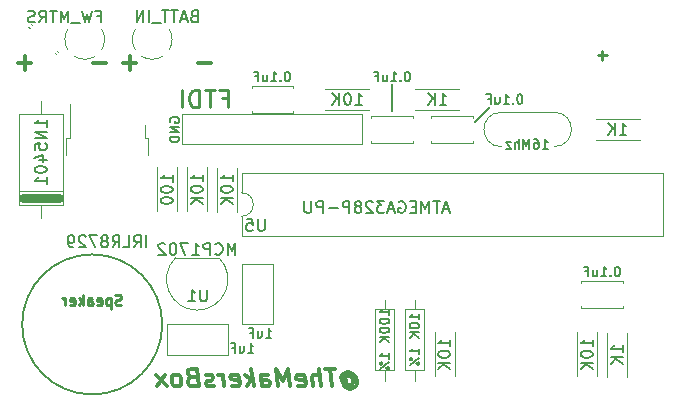
<source format=gbo>
G04 #@! TF.FileFunction,Legend,Bot*
%FSLAX46Y46*%
G04 Gerber Fmt 4.6, Leading zero omitted, Abs format (unit mm)*
G04 Created by KiCad (PCBNEW 4.0.6) date 06/26/19 16:14:44*
%MOMM*%
%LPD*%
G01*
G04 APERTURE LIST*
%ADD10C,0.100000*%
%ADD11C,0.150000*%
%ADD12C,0.300000*%
%ADD13C,0.250000*%
%ADD14C,0.120000*%
%ADD15C,0.800000*%
%ADD16C,0.222250*%
G04 APERTURE END LIST*
D10*
D11*
X69088000Y-92329000D02*
X69088000Y-92075000D01*
X69088000Y-94361000D02*
X69088000Y-92329000D01*
X50273000Y-95275477D02*
X50234905Y-95199286D01*
X50234905Y-95085001D01*
X50273000Y-94970715D01*
X50349190Y-94894524D01*
X50425381Y-94856429D01*
X50577762Y-94818334D01*
X50692048Y-94818334D01*
X50844429Y-94856429D01*
X50920619Y-94894524D01*
X50996810Y-94970715D01*
X51034905Y-95085001D01*
X51034905Y-95161191D01*
X50996810Y-95275477D01*
X50958714Y-95313572D01*
X50692048Y-95313572D01*
X50692048Y-95161191D01*
X51034905Y-95656429D02*
X50234905Y-95656429D01*
X51034905Y-96113572D01*
X50234905Y-96113572D01*
X51034905Y-96494524D02*
X50234905Y-96494524D01*
X50234905Y-96685000D01*
X50273000Y-96799286D01*
X50349190Y-96875477D01*
X50425381Y-96913572D01*
X50577762Y-96951667D01*
X50692048Y-96951667D01*
X50844429Y-96913572D01*
X50920619Y-96875477D01*
X50996810Y-96799286D01*
X51034905Y-96685000D01*
X51034905Y-96494524D01*
D12*
X44894428Y-90277143D02*
X43751571Y-90277143D01*
X38544428Y-90277143D02*
X37401571Y-90277143D01*
X37973000Y-90848571D02*
X37973000Y-89705714D01*
D11*
X76073000Y-95250000D02*
X77343000Y-93980000D01*
D12*
X65117822Y-116931286D02*
X65180321Y-116859857D01*
X65314250Y-116788429D01*
X65457108Y-116788429D01*
X65608893Y-116859857D01*
X65689250Y-116931286D01*
X65778536Y-117074143D01*
X65796393Y-117217000D01*
X65742821Y-117359857D01*
X65680322Y-117431286D01*
X65546393Y-117502714D01*
X65403535Y-117502714D01*
X65251750Y-117431286D01*
X65171393Y-117359857D01*
X65099965Y-116788429D02*
X65171393Y-117359857D01*
X65108893Y-117431286D01*
X65037465Y-117431286D01*
X64885678Y-117359857D01*
X64796393Y-117217000D01*
X64751750Y-116859857D01*
X64867821Y-116645571D01*
X65064250Y-116502714D01*
X65341036Y-116431286D01*
X65635678Y-116502714D01*
X65867821Y-116645571D01*
X66037464Y-116859857D01*
X66144607Y-117145571D01*
X66108893Y-117431286D01*
X65992821Y-117645571D01*
X65796393Y-117788429D01*
X65519607Y-117859857D01*
X65224965Y-117788429D01*
X64992821Y-117645571D01*
X64233893Y-116145571D02*
X63376750Y-116145571D01*
X63992821Y-117645571D02*
X63805321Y-116145571D01*
X63064250Y-117645571D02*
X62876750Y-116145571D01*
X62421393Y-117645571D02*
X62323179Y-116859857D01*
X62376751Y-116717000D01*
X62510679Y-116645571D01*
X62724964Y-116645571D01*
X62876751Y-116717000D01*
X62957108Y-116788429D01*
X61126751Y-117574143D02*
X61278536Y-117645571D01*
X61564250Y-117645571D01*
X61698179Y-117574143D01*
X61751751Y-117431286D01*
X61680322Y-116859857D01*
X61591036Y-116717000D01*
X61439250Y-116645571D01*
X61153536Y-116645571D01*
X61019608Y-116717000D01*
X60966036Y-116859857D01*
X60983893Y-117002714D01*
X61716036Y-117145571D01*
X60421393Y-117645571D02*
X60233893Y-116145571D01*
X59867822Y-117217000D01*
X59233893Y-116145571D01*
X59421393Y-117645571D01*
X58064250Y-117645571D02*
X57966036Y-116859857D01*
X58019608Y-116717000D01*
X58153536Y-116645571D01*
X58439250Y-116645571D01*
X58591036Y-116717000D01*
X58055322Y-117574143D02*
X58207107Y-117645571D01*
X58564250Y-117645571D01*
X58698179Y-117574143D01*
X58751751Y-117431286D01*
X58733894Y-117288429D01*
X58644607Y-117145571D01*
X58492822Y-117074143D01*
X58135679Y-117074143D01*
X57983893Y-117002714D01*
X57349964Y-117645571D02*
X57162464Y-116145571D01*
X57135679Y-117074143D02*
X56778536Y-117645571D01*
X56653536Y-116645571D02*
X57296393Y-117217000D01*
X55555322Y-117574143D02*
X55707107Y-117645571D01*
X55992821Y-117645571D01*
X56126750Y-117574143D01*
X56180322Y-117431286D01*
X56108893Y-116859857D01*
X56019607Y-116717000D01*
X55867821Y-116645571D01*
X55582107Y-116645571D01*
X55448179Y-116717000D01*
X55394607Y-116859857D01*
X55412464Y-117002714D01*
X56144607Y-117145571D01*
X54849964Y-117645571D02*
X54724964Y-116645571D01*
X54760679Y-116931286D02*
X54671394Y-116788429D01*
X54591036Y-116717000D01*
X54439250Y-116645571D01*
X54296393Y-116645571D01*
X53983894Y-117574143D02*
X53849965Y-117645571D01*
X53564250Y-117645571D01*
X53412465Y-117574143D01*
X53323180Y-117431286D01*
X53314251Y-117359857D01*
X53367822Y-117217000D01*
X53501750Y-117145571D01*
X53716036Y-117145571D01*
X53849965Y-117074143D01*
X53903537Y-116931286D01*
X53894608Y-116859857D01*
X53805322Y-116717000D01*
X53653536Y-116645571D01*
X53439250Y-116645571D01*
X53305322Y-116717000D01*
X52108893Y-116859857D02*
X51903536Y-116931286D01*
X51841036Y-117002714D01*
X51787464Y-117145571D01*
X51814250Y-117359857D01*
X51903536Y-117502714D01*
X51983893Y-117574143D01*
X52135679Y-117645571D01*
X52707107Y-117645571D01*
X52519607Y-116145571D01*
X52019607Y-116145571D01*
X51885679Y-116217000D01*
X51823179Y-116288429D01*
X51769608Y-116431286D01*
X51787465Y-116574143D01*
X51876750Y-116717000D01*
X51957108Y-116788429D01*
X52108893Y-116859857D01*
X52608893Y-116859857D01*
X50992821Y-117645571D02*
X51126751Y-117574143D01*
X51189250Y-117502714D01*
X51242822Y-117359857D01*
X51189251Y-116931286D01*
X51099965Y-116788429D01*
X51019608Y-116717000D01*
X50867821Y-116645571D01*
X50653536Y-116645571D01*
X50519608Y-116717000D01*
X50457108Y-116788429D01*
X50403536Y-116931286D01*
X50457107Y-117359857D01*
X50546393Y-117502714D01*
X50626751Y-117574143D01*
X50778536Y-117645571D01*
X50992821Y-117645571D01*
X49992821Y-117645571D02*
X49082107Y-116645571D01*
X49867821Y-116645571D02*
X49207107Y-117645571D01*
D13*
X87248952Y-89606429D02*
X86487047Y-89606429D01*
X86867999Y-89987381D02*
X86867999Y-89225476D01*
D12*
X53784428Y-90277143D02*
X52641571Y-90277143D01*
X47434428Y-90277143D02*
X46291571Y-90277143D01*
X46863000Y-90848571D02*
X46863000Y-89705714D01*
D14*
X66548000Y-97155000D02*
X66548000Y-94615000D01*
X66548000Y-94615000D02*
X51308000Y-94615000D01*
X51308000Y-94615000D02*
X51308000Y-97155000D01*
X51308000Y-97155000D02*
X66548000Y-97155000D01*
X56328000Y-103235000D02*
G75*
G03X56328000Y-101235000I0J1000000D01*
G01*
X56328000Y-101235000D02*
X56328000Y-99585000D01*
X56328000Y-99585000D02*
X92008000Y-99585000D01*
X92008000Y-99585000D02*
X92008000Y-104885000D01*
X92008000Y-104885000D02*
X56328000Y-104885000D01*
X56328000Y-104885000D02*
X56328000Y-103235000D01*
X50193505Y-89155193D02*
G75*
G03X50193000Y-87374000I-1425505J890193D01*
G01*
X47878106Y-89690358D02*
G75*
G03X49634000Y-89705000I889894J1425358D01*
G01*
X47342642Y-87375106D02*
G75*
G03X47328000Y-89131000I1425358J-889894D01*
G01*
X42162736Y-89689721D02*
G75*
G03X43053000Y-89945000I890264J1424721D01*
G01*
X41627495Y-87374807D02*
G75*
G03X41628000Y-89156000I1425505J-890193D01*
G01*
X44478358Y-89154894D02*
G75*
G03X44493000Y-87399000I-1425358J889894D01*
G01*
X43024326Y-89945099D02*
G75*
G03X43919000Y-89705000I28674J1680099D01*
G01*
X38278000Y-87196000D02*
X38407000Y-87324000D01*
X40528000Y-89446000D02*
X40622000Y-89539000D01*
X38483000Y-86990000D02*
X38577000Y-87084000D01*
X40698000Y-89206000D02*
X40827000Y-89334000D01*
X82808000Y-94435000D02*
X78308000Y-94435000D01*
X82808000Y-97335000D02*
G75*
G03X82808000Y-94435000I0J1450000D01*
G01*
X78308000Y-97335000D02*
G75*
G02X78308000Y-94435000I0J1450000D01*
G01*
D15*
X40870000Y-101675000D02*
X37870000Y-101675000D01*
D14*
X41230000Y-102285000D02*
X37510000Y-102285000D01*
X37510000Y-102285000D02*
X37510000Y-94565000D01*
X37510000Y-94565000D02*
X41230000Y-94565000D01*
X41230000Y-94565000D02*
X41230000Y-102285000D01*
X39370000Y-103395000D02*
X39370000Y-102285000D01*
X39370000Y-93455000D02*
X39370000Y-94565000D01*
X41230000Y-101085000D02*
X37510000Y-101085000D01*
D11*
X49617690Y-112395000D02*
G75*
G03X49617690Y-112395000I-5929690J0D01*
G01*
D14*
X67098000Y-92485000D02*
X63378000Y-92485000D01*
X67098000Y-94205000D02*
X63378000Y-94205000D01*
X74718000Y-92485000D02*
X70998000Y-92485000D01*
X74718000Y-94205000D02*
X70998000Y-94205000D01*
X56348000Y-107275000D02*
X56348000Y-112395000D01*
X58968000Y-107275000D02*
X58968000Y-112395000D01*
X56348000Y-107275000D02*
X58968000Y-107275000D01*
X56348000Y-112395000D02*
X58968000Y-112395000D01*
X55158000Y-112355000D02*
X50038000Y-112355000D01*
X55158000Y-114975000D02*
X50038000Y-114975000D01*
X55158000Y-112355000D02*
X55158000Y-114975000D01*
X50038000Y-112355000D02*
X50038000Y-114975000D01*
X67308000Y-96995000D02*
X70828000Y-96995000D01*
X67308000Y-94775000D02*
X70828000Y-94775000D01*
X67308000Y-96995000D02*
X67308000Y-96881000D01*
X67308000Y-94889000D02*
X67308000Y-94775000D01*
X70828000Y-96995000D02*
X70828000Y-96881000D01*
X70828000Y-94889000D02*
X70828000Y-94775000D01*
X50778000Y-106735000D02*
X54378000Y-106735000D01*
X50739522Y-106746522D02*
G75*
G03X52578000Y-111185000I1838478J-1838478D01*
G01*
X54416478Y-106746522D02*
G75*
G02X52578000Y-111185000I-1838478J-1838478D01*
G01*
X72388000Y-96995000D02*
X75908000Y-96995000D01*
X72388000Y-94775000D02*
X75908000Y-94775000D01*
X72388000Y-96995000D02*
X72388000Y-96881000D01*
X72388000Y-94889000D02*
X72388000Y-94775000D01*
X75908000Y-96995000D02*
X75908000Y-96881000D01*
X75908000Y-94889000D02*
X75908000Y-94775000D01*
X60708000Y-92235000D02*
X57188000Y-92235000D01*
X60708000Y-94455000D02*
X57188000Y-94455000D01*
X60708000Y-92235000D02*
X60708000Y-92349000D01*
X60708000Y-94341000D02*
X60708000Y-94455000D01*
X57188000Y-92235000D02*
X57188000Y-92349000D01*
X57188000Y-94341000D02*
X57188000Y-94455000D01*
X54258000Y-99145000D02*
X54258000Y-102865000D01*
X55978000Y-99145000D02*
X55978000Y-102865000D01*
X85088000Y-110965000D02*
X88608000Y-110965000D01*
X85088000Y-108745000D02*
X88608000Y-108745000D01*
X85088000Y-110965000D02*
X85088000Y-110851000D01*
X85088000Y-108859000D02*
X85088000Y-108745000D01*
X88608000Y-110965000D02*
X88608000Y-110851000D01*
X88608000Y-108859000D02*
X88608000Y-108745000D01*
X87278000Y-113115000D02*
X87278000Y-116835000D01*
X88998000Y-113115000D02*
X88998000Y-116835000D01*
X86458000Y-116755000D02*
X86458000Y-113035000D01*
X84738000Y-116755000D02*
X84738000Y-113035000D01*
X53438000Y-102785000D02*
X53438000Y-99065000D01*
X51718000Y-102785000D02*
X51718000Y-99065000D01*
X50898000Y-102785000D02*
X50898000Y-99065000D01*
X49178000Y-102785000D02*
X49178000Y-99065000D01*
X86318000Y-96745000D02*
X90038000Y-96745000D01*
X86318000Y-95025000D02*
X90038000Y-95025000D01*
D10*
X68453000Y-116255000D02*
X68453000Y-117155000D01*
X68453000Y-111055000D02*
X68453000Y-110355000D01*
X69253000Y-111055000D02*
X67653000Y-111055000D01*
X67653000Y-111055000D02*
X67653000Y-116255000D01*
X67653000Y-116255000D02*
X69253000Y-116255000D01*
X69253000Y-116255000D02*
X69253000Y-111055000D01*
X70993000Y-116255000D02*
X70993000Y-117155000D01*
X70993000Y-111055000D02*
X70993000Y-110355000D01*
X71793000Y-111055000D02*
X70193000Y-111055000D01*
X70193000Y-111055000D02*
X70193000Y-116255000D01*
X70193000Y-116255000D02*
X71793000Y-116255000D01*
X71793000Y-116255000D02*
X71793000Y-111055000D01*
D14*
X74393000Y-116755000D02*
X74393000Y-113035000D01*
X72673000Y-116755000D02*
X72673000Y-113035000D01*
X41508000Y-98090000D02*
X41508000Y-96590000D01*
X41508000Y-96590000D02*
X41778000Y-96590000D01*
X41778000Y-96590000D02*
X41778000Y-93760000D01*
X48408000Y-98090000D02*
X48408000Y-96590000D01*
X48408000Y-96590000D02*
X48138000Y-96590000D01*
X48138000Y-96590000D02*
X48138000Y-95490000D01*
D13*
X54677285Y-93237857D02*
X55177285Y-93237857D01*
X55177285Y-94023571D02*
X55177285Y-92523571D01*
X54462999Y-92523571D01*
X54105857Y-92523571D02*
X53248714Y-92523571D01*
X53677285Y-94023571D02*
X53677285Y-92523571D01*
X52748714Y-94023571D02*
X52748714Y-92523571D01*
X52391571Y-92523571D01*
X52177286Y-92595000D01*
X52034428Y-92737857D01*
X51963000Y-92880714D01*
X51891571Y-93166429D01*
X51891571Y-93380714D01*
X51963000Y-93666429D01*
X52034428Y-93809286D01*
X52177286Y-93952143D01*
X52391571Y-94023571D01*
X52748714Y-94023571D01*
X51248714Y-94023571D02*
X51248714Y-92523571D01*
D11*
X58292905Y-103465381D02*
X58292905Y-104274905D01*
X58245286Y-104370143D01*
X58197667Y-104417762D01*
X58102429Y-104465381D01*
X57911952Y-104465381D01*
X57816714Y-104417762D01*
X57769095Y-104370143D01*
X57721476Y-104274905D01*
X57721476Y-103465381D01*
X56769095Y-103465381D02*
X57245286Y-103465381D01*
X57292905Y-103941571D01*
X57245286Y-103893952D01*
X57150048Y-103846333D01*
X56911952Y-103846333D01*
X56816714Y-103893952D01*
X56769095Y-103941571D01*
X56721476Y-104036810D01*
X56721476Y-104274905D01*
X56769095Y-104370143D01*
X56816714Y-104417762D01*
X56911952Y-104465381D01*
X57150048Y-104465381D01*
X57245286Y-104417762D01*
X57292905Y-104370143D01*
X73897357Y-102655667D02*
X73421166Y-102655667D01*
X73992595Y-102941381D02*
X73659262Y-101941381D01*
X73325928Y-102941381D01*
X73135452Y-101941381D02*
X72564023Y-101941381D01*
X72849738Y-102941381D02*
X72849738Y-101941381D01*
X72230690Y-102941381D02*
X72230690Y-101941381D01*
X71897356Y-102655667D01*
X71564023Y-101941381D01*
X71564023Y-102941381D01*
X71087833Y-102417571D02*
X70754499Y-102417571D01*
X70611642Y-102941381D02*
X71087833Y-102941381D01*
X71087833Y-101941381D01*
X70611642Y-101941381D01*
X69659261Y-101989000D02*
X69754499Y-101941381D01*
X69897356Y-101941381D01*
X70040214Y-101989000D01*
X70135452Y-102084238D01*
X70183071Y-102179476D01*
X70230690Y-102369952D01*
X70230690Y-102512810D01*
X70183071Y-102703286D01*
X70135452Y-102798524D01*
X70040214Y-102893762D01*
X69897356Y-102941381D01*
X69802118Y-102941381D01*
X69659261Y-102893762D01*
X69611642Y-102846143D01*
X69611642Y-102512810D01*
X69802118Y-102512810D01*
X69230690Y-102655667D02*
X68754499Y-102655667D01*
X69325928Y-102941381D02*
X68992595Y-101941381D01*
X68659261Y-102941381D01*
X68421166Y-101941381D02*
X67802118Y-101941381D01*
X68135452Y-102322333D01*
X67992594Y-102322333D01*
X67897356Y-102369952D01*
X67849737Y-102417571D01*
X67802118Y-102512810D01*
X67802118Y-102750905D01*
X67849737Y-102846143D01*
X67897356Y-102893762D01*
X67992594Y-102941381D01*
X68278309Y-102941381D01*
X68373547Y-102893762D01*
X68421166Y-102846143D01*
X67421166Y-102036619D02*
X67373547Y-101989000D01*
X67278309Y-101941381D01*
X67040213Y-101941381D01*
X66944975Y-101989000D01*
X66897356Y-102036619D01*
X66849737Y-102131857D01*
X66849737Y-102227095D01*
X66897356Y-102369952D01*
X67468785Y-102941381D01*
X66849737Y-102941381D01*
X66278309Y-102369952D02*
X66373547Y-102322333D01*
X66421166Y-102274714D01*
X66468785Y-102179476D01*
X66468785Y-102131857D01*
X66421166Y-102036619D01*
X66373547Y-101989000D01*
X66278309Y-101941381D01*
X66087832Y-101941381D01*
X65992594Y-101989000D01*
X65944975Y-102036619D01*
X65897356Y-102131857D01*
X65897356Y-102179476D01*
X65944975Y-102274714D01*
X65992594Y-102322333D01*
X66087832Y-102369952D01*
X66278309Y-102369952D01*
X66373547Y-102417571D01*
X66421166Y-102465190D01*
X66468785Y-102560429D01*
X66468785Y-102750905D01*
X66421166Y-102846143D01*
X66373547Y-102893762D01*
X66278309Y-102941381D01*
X66087832Y-102941381D01*
X65992594Y-102893762D01*
X65944975Y-102846143D01*
X65897356Y-102750905D01*
X65897356Y-102560429D01*
X65944975Y-102465190D01*
X65992594Y-102417571D01*
X66087832Y-102369952D01*
X65468785Y-102941381D02*
X65468785Y-101941381D01*
X65087832Y-101941381D01*
X64992594Y-101989000D01*
X64944975Y-102036619D01*
X64897356Y-102131857D01*
X64897356Y-102274714D01*
X64944975Y-102369952D01*
X64992594Y-102417571D01*
X65087832Y-102465190D01*
X65468785Y-102465190D01*
X64468785Y-102560429D02*
X63706880Y-102560429D01*
X63230690Y-102941381D02*
X63230690Y-101941381D01*
X62849737Y-101941381D01*
X62754499Y-101989000D01*
X62706880Y-102036619D01*
X62659261Y-102131857D01*
X62659261Y-102274714D01*
X62706880Y-102369952D01*
X62754499Y-102417571D01*
X62849737Y-102465190D01*
X63230690Y-102465190D01*
X62230690Y-101941381D02*
X62230690Y-102750905D01*
X62183071Y-102846143D01*
X62135452Y-102893762D01*
X62040214Y-102941381D01*
X61849737Y-102941381D01*
X61754499Y-102893762D01*
X61706880Y-102846143D01*
X61659261Y-102750905D01*
X61659261Y-101941381D01*
X52299904Y-86288571D02*
X52157047Y-86336190D01*
X52109428Y-86383810D01*
X52061809Y-86479048D01*
X52061809Y-86621905D01*
X52109428Y-86717143D01*
X52157047Y-86764762D01*
X52252285Y-86812381D01*
X52633238Y-86812381D01*
X52633238Y-85812381D01*
X52299904Y-85812381D01*
X52204666Y-85860000D01*
X52157047Y-85907619D01*
X52109428Y-86002857D01*
X52109428Y-86098095D01*
X52157047Y-86193333D01*
X52204666Y-86240952D01*
X52299904Y-86288571D01*
X52633238Y-86288571D01*
X51680857Y-86526667D02*
X51204666Y-86526667D01*
X51776095Y-86812381D02*
X51442762Y-85812381D01*
X51109428Y-86812381D01*
X50918952Y-85812381D02*
X50347523Y-85812381D01*
X50633238Y-86812381D02*
X50633238Y-85812381D01*
X50157047Y-85812381D02*
X49585618Y-85812381D01*
X49871333Y-86812381D02*
X49871333Y-85812381D01*
X49490380Y-86907619D02*
X48728475Y-86907619D01*
X48490380Y-86812381D02*
X48490380Y-85812381D01*
X48014190Y-86812381D02*
X48014190Y-85812381D01*
X47442761Y-86812381D01*
X47442761Y-85812381D01*
X44101095Y-86293571D02*
X44434429Y-86293571D01*
X44434429Y-86817381D02*
X44434429Y-85817381D01*
X43958238Y-85817381D01*
X43672524Y-85817381D02*
X43434429Y-86817381D01*
X43243952Y-86103095D01*
X43053476Y-86817381D01*
X42815381Y-85817381D01*
X42672524Y-86912619D02*
X41910619Y-86912619D01*
X41672524Y-86817381D02*
X41672524Y-85817381D01*
X41339190Y-86531667D01*
X41005857Y-85817381D01*
X41005857Y-86817381D01*
X40672524Y-85817381D02*
X40101095Y-85817381D01*
X40386810Y-86817381D02*
X40386810Y-85817381D01*
X39196333Y-86817381D02*
X39529667Y-86341190D01*
X39767762Y-86817381D02*
X39767762Y-85817381D01*
X39386809Y-85817381D01*
X39291571Y-85865000D01*
X39243952Y-85912619D01*
X39196333Y-86007857D01*
X39196333Y-86150714D01*
X39243952Y-86245952D01*
X39291571Y-86293571D01*
X39386809Y-86341190D01*
X39767762Y-86341190D01*
X38815381Y-86769762D02*
X38672524Y-86817381D01*
X38434428Y-86817381D01*
X38339190Y-86769762D01*
X38291571Y-86722143D01*
X38243952Y-86626905D01*
X38243952Y-86531667D01*
X38291571Y-86436429D01*
X38339190Y-86388810D01*
X38434428Y-86341190D01*
X38624905Y-86293571D01*
X38720143Y-86245952D01*
X38767762Y-86198333D01*
X38815381Y-86103095D01*
X38815381Y-86007857D01*
X38767762Y-85912619D01*
X38720143Y-85865000D01*
X38624905Y-85817381D01*
X38386809Y-85817381D01*
X38243952Y-85865000D01*
X81813238Y-97516905D02*
X82270381Y-97516905D01*
X82041810Y-97516905D02*
X82041810Y-96716905D01*
X82118000Y-96831190D01*
X82194191Y-96907381D01*
X82270381Y-96945476D01*
X81127524Y-96716905D02*
X81279905Y-96716905D01*
X81356095Y-96755000D01*
X81394190Y-96793095D01*
X81470381Y-96907381D01*
X81508476Y-97059762D01*
X81508476Y-97364524D01*
X81470381Y-97440714D01*
X81432286Y-97478810D01*
X81356095Y-97516905D01*
X81203714Y-97516905D01*
X81127524Y-97478810D01*
X81089428Y-97440714D01*
X81051333Y-97364524D01*
X81051333Y-97174048D01*
X81089428Y-97097857D01*
X81127524Y-97059762D01*
X81203714Y-97021667D01*
X81356095Y-97021667D01*
X81432286Y-97059762D01*
X81470381Y-97097857D01*
X81508476Y-97174048D01*
X80708476Y-97516905D02*
X80708476Y-96716905D01*
X80441809Y-97288333D01*
X80175142Y-96716905D01*
X80175142Y-97516905D01*
X79794190Y-97516905D02*
X79794190Y-96716905D01*
X79451333Y-97516905D02*
X79451333Y-97097857D01*
X79489428Y-97021667D01*
X79565618Y-96983571D01*
X79679904Y-96983571D01*
X79756095Y-97021667D01*
X79794190Y-97059762D01*
X79146570Y-96983571D02*
X78727523Y-96983571D01*
X79146570Y-97516905D01*
X78727523Y-97516905D01*
X39822381Y-95647143D02*
X39822381Y-95075714D01*
X39822381Y-95361428D02*
X38822381Y-95361428D01*
X38965238Y-95266190D01*
X39060476Y-95170952D01*
X39108095Y-95075714D01*
X39822381Y-96075714D02*
X38822381Y-96075714D01*
X39822381Y-96647143D01*
X38822381Y-96647143D01*
X38822381Y-97599524D02*
X38822381Y-97123333D01*
X39298571Y-97075714D01*
X39250952Y-97123333D01*
X39203333Y-97218571D01*
X39203333Y-97456667D01*
X39250952Y-97551905D01*
X39298571Y-97599524D01*
X39393810Y-97647143D01*
X39631905Y-97647143D01*
X39727143Y-97599524D01*
X39774762Y-97551905D01*
X39822381Y-97456667D01*
X39822381Y-97218571D01*
X39774762Y-97123333D01*
X39727143Y-97075714D01*
X39155714Y-98504286D02*
X39822381Y-98504286D01*
X38774762Y-98266190D02*
X39489048Y-98028095D01*
X39489048Y-98647143D01*
X38822381Y-99218571D02*
X38822381Y-99313810D01*
X38870000Y-99409048D01*
X38917619Y-99456667D01*
X39012857Y-99504286D01*
X39203333Y-99551905D01*
X39441429Y-99551905D01*
X39631905Y-99504286D01*
X39727143Y-99456667D01*
X39774762Y-99409048D01*
X39822381Y-99313810D01*
X39822381Y-99218571D01*
X39774762Y-99123333D01*
X39727143Y-99075714D01*
X39631905Y-99028095D01*
X39441429Y-98980476D01*
X39203333Y-98980476D01*
X39012857Y-99028095D01*
X38917619Y-99075714D01*
X38870000Y-99123333D01*
X38822381Y-99218571D01*
X39822381Y-100504286D02*
X39822381Y-99932857D01*
X39822381Y-100218571D02*
X38822381Y-100218571D01*
X38965238Y-100123333D01*
X39060476Y-100028095D01*
X39108095Y-99932857D01*
D16*
X46143333Y-110722833D02*
X46016333Y-110765167D01*
X45804666Y-110765167D01*
X45719999Y-110722833D01*
X45677666Y-110680500D01*
X45635333Y-110595833D01*
X45635333Y-110511167D01*
X45677666Y-110426500D01*
X45719999Y-110384167D01*
X45804666Y-110341833D01*
X45973999Y-110299500D01*
X46058666Y-110257167D01*
X46100999Y-110214833D01*
X46143333Y-110130167D01*
X46143333Y-110045500D01*
X46100999Y-109960833D01*
X46058666Y-109918500D01*
X45973999Y-109876167D01*
X45762333Y-109876167D01*
X45635333Y-109918500D01*
X45254332Y-110172500D02*
X45254332Y-111061500D01*
X45254332Y-110214833D02*
X45169666Y-110172500D01*
X45000332Y-110172500D01*
X44915666Y-110214833D01*
X44873332Y-110257167D01*
X44830999Y-110341833D01*
X44830999Y-110595833D01*
X44873332Y-110680500D01*
X44915666Y-110722833D01*
X45000332Y-110765167D01*
X45169666Y-110765167D01*
X45254332Y-110722833D01*
X44111333Y-110722833D02*
X44195999Y-110765167D01*
X44365333Y-110765167D01*
X44449999Y-110722833D01*
X44492333Y-110638167D01*
X44492333Y-110299500D01*
X44449999Y-110214833D01*
X44365333Y-110172500D01*
X44195999Y-110172500D01*
X44111333Y-110214833D01*
X44068999Y-110299500D01*
X44068999Y-110384167D01*
X44492333Y-110468833D01*
X43306999Y-110765167D02*
X43306999Y-110299500D01*
X43349333Y-110214833D01*
X43433999Y-110172500D01*
X43603333Y-110172500D01*
X43687999Y-110214833D01*
X43306999Y-110722833D02*
X43391666Y-110765167D01*
X43603333Y-110765167D01*
X43687999Y-110722833D01*
X43730333Y-110638167D01*
X43730333Y-110553500D01*
X43687999Y-110468833D01*
X43603333Y-110426500D01*
X43391666Y-110426500D01*
X43306999Y-110384167D01*
X42883666Y-110765167D02*
X42883666Y-109876167D01*
X42799000Y-110426500D02*
X42545000Y-110765167D01*
X42545000Y-110172500D02*
X42883666Y-110511167D01*
X41825333Y-110722833D02*
X41909999Y-110765167D01*
X42079333Y-110765167D01*
X42163999Y-110722833D01*
X42206333Y-110638167D01*
X42206333Y-110299500D01*
X42163999Y-110214833D01*
X42079333Y-110172500D01*
X41909999Y-110172500D01*
X41825333Y-110214833D01*
X41782999Y-110299500D01*
X41782999Y-110384167D01*
X42206333Y-110468833D01*
X41401999Y-110765167D02*
X41401999Y-110172500D01*
X41401999Y-110341833D02*
X41359666Y-110257167D01*
X41317333Y-110214833D01*
X41232666Y-110172500D01*
X41147999Y-110172500D01*
D11*
X65968476Y-93797381D02*
X66539905Y-93797381D01*
X66254191Y-93797381D02*
X66254191Y-92797381D01*
X66349429Y-92940238D01*
X66444667Y-93035476D01*
X66539905Y-93083095D01*
X65349429Y-92797381D02*
X65254190Y-92797381D01*
X65158952Y-92845000D01*
X65111333Y-92892619D01*
X65063714Y-92987857D01*
X65016095Y-93178333D01*
X65016095Y-93416429D01*
X65063714Y-93606905D01*
X65111333Y-93702143D01*
X65158952Y-93749762D01*
X65254190Y-93797381D01*
X65349429Y-93797381D01*
X65444667Y-93749762D01*
X65492286Y-93702143D01*
X65539905Y-93606905D01*
X65587524Y-93416429D01*
X65587524Y-93178333D01*
X65539905Y-92987857D01*
X65492286Y-92892619D01*
X65444667Y-92845000D01*
X65349429Y-92797381D01*
X64587524Y-93797381D02*
X64587524Y-92797381D01*
X64016095Y-93797381D02*
X64444667Y-93225952D01*
X64016095Y-92797381D02*
X64587524Y-93368810D01*
X73112285Y-93797381D02*
X73683714Y-93797381D01*
X73398000Y-93797381D02*
X73398000Y-92797381D01*
X73493238Y-92940238D01*
X73588476Y-93035476D01*
X73683714Y-93083095D01*
X72683714Y-93797381D02*
X72683714Y-92797381D01*
X72112285Y-93797381D02*
X72540857Y-93225952D01*
X72112285Y-92797381D02*
X72683714Y-93368810D01*
X58388190Y-113518905D02*
X58845333Y-113518905D01*
X58616762Y-113518905D02*
X58616762Y-112718905D01*
X58692952Y-112833190D01*
X58769143Y-112909381D01*
X58845333Y-112947476D01*
X57702476Y-112985571D02*
X57702476Y-113518905D01*
X58045333Y-112985571D02*
X58045333Y-113404619D01*
X58007238Y-113480810D01*
X57931047Y-113518905D01*
X57816761Y-113518905D01*
X57740571Y-113480810D01*
X57702476Y-113442714D01*
X57054856Y-113099857D02*
X57321523Y-113099857D01*
X57321523Y-113518905D02*
X57321523Y-112718905D01*
X56940570Y-112718905D01*
X56864190Y-114788905D02*
X57321333Y-114788905D01*
X57092762Y-114788905D02*
X57092762Y-113988905D01*
X57168952Y-114103190D01*
X57245143Y-114179381D01*
X57321333Y-114217476D01*
X56178476Y-114255571D02*
X56178476Y-114788905D01*
X56521333Y-114255571D02*
X56521333Y-114674619D01*
X56483238Y-114750810D01*
X56407047Y-114788905D01*
X56292761Y-114788905D01*
X56216571Y-114750810D01*
X56178476Y-114712714D01*
X55530856Y-114369857D02*
X55797523Y-114369857D01*
X55797523Y-114788905D02*
X55797523Y-113988905D01*
X55416570Y-113988905D01*
X70402286Y-91001905D02*
X70326095Y-91001905D01*
X70249905Y-91040000D01*
X70211810Y-91078095D01*
X70173714Y-91154286D01*
X70135619Y-91306667D01*
X70135619Y-91497143D01*
X70173714Y-91649524D01*
X70211810Y-91725714D01*
X70249905Y-91763810D01*
X70326095Y-91801905D01*
X70402286Y-91801905D01*
X70478476Y-91763810D01*
X70516572Y-91725714D01*
X70554667Y-91649524D01*
X70592762Y-91497143D01*
X70592762Y-91306667D01*
X70554667Y-91154286D01*
X70516572Y-91078095D01*
X70478476Y-91040000D01*
X70402286Y-91001905D01*
X69792762Y-91725714D02*
X69754667Y-91763810D01*
X69792762Y-91801905D01*
X69830857Y-91763810D01*
X69792762Y-91725714D01*
X69792762Y-91801905D01*
X68992762Y-91801905D02*
X69449905Y-91801905D01*
X69221334Y-91801905D02*
X69221334Y-91001905D01*
X69297524Y-91116190D01*
X69373715Y-91192381D01*
X69449905Y-91230476D01*
X68307048Y-91268571D02*
X68307048Y-91801905D01*
X68649905Y-91268571D02*
X68649905Y-91687619D01*
X68611810Y-91763810D01*
X68535619Y-91801905D01*
X68421333Y-91801905D01*
X68345143Y-91763810D01*
X68307048Y-91725714D01*
X67659428Y-91382857D02*
X67926095Y-91382857D01*
X67926095Y-91801905D02*
X67926095Y-91001905D01*
X67545142Y-91001905D01*
X53389905Y-109447381D02*
X53389905Y-110256905D01*
X53342286Y-110352143D01*
X53294667Y-110399762D01*
X53199429Y-110447381D01*
X53008952Y-110447381D01*
X52913714Y-110399762D01*
X52866095Y-110352143D01*
X52818476Y-110256905D01*
X52818476Y-109447381D01*
X51818476Y-110447381D02*
X52389905Y-110447381D01*
X52104191Y-110447381D02*
X52104191Y-109447381D01*
X52199429Y-109590238D01*
X52294667Y-109685476D01*
X52389905Y-109733095D01*
X55816095Y-106497381D02*
X55816095Y-105497381D01*
X55482761Y-106211667D01*
X55149428Y-105497381D01*
X55149428Y-106497381D01*
X54101809Y-106402143D02*
X54149428Y-106449762D01*
X54292285Y-106497381D01*
X54387523Y-106497381D01*
X54530381Y-106449762D01*
X54625619Y-106354524D01*
X54673238Y-106259286D01*
X54720857Y-106068810D01*
X54720857Y-105925952D01*
X54673238Y-105735476D01*
X54625619Y-105640238D01*
X54530381Y-105545000D01*
X54387523Y-105497381D01*
X54292285Y-105497381D01*
X54149428Y-105545000D01*
X54101809Y-105592619D01*
X53673238Y-106497381D02*
X53673238Y-105497381D01*
X53292285Y-105497381D01*
X53197047Y-105545000D01*
X53149428Y-105592619D01*
X53101809Y-105687857D01*
X53101809Y-105830714D01*
X53149428Y-105925952D01*
X53197047Y-105973571D01*
X53292285Y-106021190D01*
X53673238Y-106021190D01*
X52149428Y-106497381D02*
X52720857Y-106497381D01*
X52435143Y-106497381D02*
X52435143Y-105497381D01*
X52530381Y-105640238D01*
X52625619Y-105735476D01*
X52720857Y-105783095D01*
X51816095Y-105497381D02*
X51149428Y-105497381D01*
X51578000Y-106497381D01*
X50578000Y-105497381D02*
X50482761Y-105497381D01*
X50387523Y-105545000D01*
X50339904Y-105592619D01*
X50292285Y-105687857D01*
X50244666Y-105878333D01*
X50244666Y-106116429D01*
X50292285Y-106306905D01*
X50339904Y-106402143D01*
X50387523Y-106449762D01*
X50482761Y-106497381D01*
X50578000Y-106497381D01*
X50673238Y-106449762D01*
X50720857Y-106402143D01*
X50768476Y-106306905D01*
X50816095Y-106116429D01*
X50816095Y-105878333D01*
X50768476Y-105687857D01*
X50720857Y-105592619D01*
X50673238Y-105545000D01*
X50578000Y-105497381D01*
X49863714Y-105592619D02*
X49816095Y-105545000D01*
X49720857Y-105497381D01*
X49482761Y-105497381D01*
X49387523Y-105545000D01*
X49339904Y-105592619D01*
X49292285Y-105687857D01*
X49292285Y-105783095D01*
X49339904Y-105925952D01*
X49911333Y-106497381D01*
X49292285Y-106497381D01*
X79927286Y-92906905D02*
X79851095Y-92906905D01*
X79774905Y-92945000D01*
X79736810Y-92983095D01*
X79698714Y-93059286D01*
X79660619Y-93211667D01*
X79660619Y-93402143D01*
X79698714Y-93554524D01*
X79736810Y-93630714D01*
X79774905Y-93668810D01*
X79851095Y-93706905D01*
X79927286Y-93706905D01*
X80003476Y-93668810D01*
X80041572Y-93630714D01*
X80079667Y-93554524D01*
X80117762Y-93402143D01*
X80117762Y-93211667D01*
X80079667Y-93059286D01*
X80041572Y-92983095D01*
X80003476Y-92945000D01*
X79927286Y-92906905D01*
X79317762Y-93630714D02*
X79279667Y-93668810D01*
X79317762Y-93706905D01*
X79355857Y-93668810D01*
X79317762Y-93630714D01*
X79317762Y-93706905D01*
X78517762Y-93706905D02*
X78974905Y-93706905D01*
X78746334Y-93706905D02*
X78746334Y-92906905D01*
X78822524Y-93021190D01*
X78898715Y-93097381D01*
X78974905Y-93135476D01*
X77832048Y-93173571D02*
X77832048Y-93706905D01*
X78174905Y-93173571D02*
X78174905Y-93592619D01*
X78136810Y-93668810D01*
X78060619Y-93706905D01*
X77946333Y-93706905D01*
X77870143Y-93668810D01*
X77832048Y-93630714D01*
X77184428Y-93287857D02*
X77451095Y-93287857D01*
X77451095Y-93706905D02*
X77451095Y-92906905D01*
X77070142Y-92906905D01*
X60242286Y-91001905D02*
X60166095Y-91001905D01*
X60089905Y-91040000D01*
X60051810Y-91078095D01*
X60013714Y-91154286D01*
X59975619Y-91306667D01*
X59975619Y-91497143D01*
X60013714Y-91649524D01*
X60051810Y-91725714D01*
X60089905Y-91763810D01*
X60166095Y-91801905D01*
X60242286Y-91801905D01*
X60318476Y-91763810D01*
X60356572Y-91725714D01*
X60394667Y-91649524D01*
X60432762Y-91497143D01*
X60432762Y-91306667D01*
X60394667Y-91154286D01*
X60356572Y-91078095D01*
X60318476Y-91040000D01*
X60242286Y-91001905D01*
X59632762Y-91725714D02*
X59594667Y-91763810D01*
X59632762Y-91801905D01*
X59670857Y-91763810D01*
X59632762Y-91725714D01*
X59632762Y-91801905D01*
X58832762Y-91801905D02*
X59289905Y-91801905D01*
X59061334Y-91801905D02*
X59061334Y-91001905D01*
X59137524Y-91116190D01*
X59213715Y-91192381D01*
X59289905Y-91230476D01*
X58147048Y-91268571D02*
X58147048Y-91801905D01*
X58489905Y-91268571D02*
X58489905Y-91687619D01*
X58451810Y-91763810D01*
X58375619Y-91801905D01*
X58261333Y-91801905D01*
X58185143Y-91763810D01*
X58147048Y-91725714D01*
X57499428Y-91382857D02*
X57766095Y-91382857D01*
X57766095Y-91801905D02*
X57766095Y-91001905D01*
X57385142Y-91001905D01*
X55570381Y-100274524D02*
X55570381Y-99703095D01*
X55570381Y-99988809D02*
X54570381Y-99988809D01*
X54713238Y-99893571D01*
X54808476Y-99798333D01*
X54856095Y-99703095D01*
X54570381Y-100893571D02*
X54570381Y-100988810D01*
X54618000Y-101084048D01*
X54665619Y-101131667D01*
X54760857Y-101179286D01*
X54951333Y-101226905D01*
X55189429Y-101226905D01*
X55379905Y-101179286D01*
X55475143Y-101131667D01*
X55522762Y-101084048D01*
X55570381Y-100988810D01*
X55570381Y-100893571D01*
X55522762Y-100798333D01*
X55475143Y-100750714D01*
X55379905Y-100703095D01*
X55189429Y-100655476D01*
X54951333Y-100655476D01*
X54760857Y-100703095D01*
X54665619Y-100750714D01*
X54618000Y-100798333D01*
X54570381Y-100893571D01*
X55570381Y-101655476D02*
X54570381Y-101655476D01*
X55570381Y-102226905D02*
X54998952Y-101798333D01*
X54570381Y-102226905D02*
X55141810Y-101655476D01*
X88182286Y-107511905D02*
X88106095Y-107511905D01*
X88029905Y-107550000D01*
X87991810Y-107588095D01*
X87953714Y-107664286D01*
X87915619Y-107816667D01*
X87915619Y-108007143D01*
X87953714Y-108159524D01*
X87991810Y-108235714D01*
X88029905Y-108273810D01*
X88106095Y-108311905D01*
X88182286Y-108311905D01*
X88258476Y-108273810D01*
X88296572Y-108235714D01*
X88334667Y-108159524D01*
X88372762Y-108007143D01*
X88372762Y-107816667D01*
X88334667Y-107664286D01*
X88296572Y-107588095D01*
X88258476Y-107550000D01*
X88182286Y-107511905D01*
X87572762Y-108235714D02*
X87534667Y-108273810D01*
X87572762Y-108311905D01*
X87610857Y-108273810D01*
X87572762Y-108235714D01*
X87572762Y-108311905D01*
X86772762Y-108311905D02*
X87229905Y-108311905D01*
X87001334Y-108311905D02*
X87001334Y-107511905D01*
X87077524Y-107626190D01*
X87153715Y-107702381D01*
X87229905Y-107740476D01*
X86087048Y-107778571D02*
X86087048Y-108311905D01*
X86429905Y-107778571D02*
X86429905Y-108197619D01*
X86391810Y-108273810D01*
X86315619Y-108311905D01*
X86201333Y-108311905D01*
X86125143Y-108273810D01*
X86087048Y-108235714D01*
X85439428Y-107892857D02*
X85706095Y-107892857D01*
X85706095Y-108311905D02*
X85706095Y-107511905D01*
X85325142Y-107511905D01*
X88590381Y-114720715D02*
X88590381Y-114149286D01*
X88590381Y-114435000D02*
X87590381Y-114435000D01*
X87733238Y-114339762D01*
X87828476Y-114244524D01*
X87876095Y-114149286D01*
X88590381Y-115149286D02*
X87590381Y-115149286D01*
X88590381Y-115720715D02*
X88018952Y-115292143D01*
X87590381Y-115720715D02*
X88161810Y-115149286D01*
X86050381Y-114244524D02*
X86050381Y-113673095D01*
X86050381Y-113958809D02*
X85050381Y-113958809D01*
X85193238Y-113863571D01*
X85288476Y-113768333D01*
X85336095Y-113673095D01*
X85050381Y-114863571D02*
X85050381Y-114958810D01*
X85098000Y-115054048D01*
X85145619Y-115101667D01*
X85240857Y-115149286D01*
X85431333Y-115196905D01*
X85669429Y-115196905D01*
X85859905Y-115149286D01*
X85955143Y-115101667D01*
X86002762Y-115054048D01*
X86050381Y-114958810D01*
X86050381Y-114863571D01*
X86002762Y-114768333D01*
X85955143Y-114720714D01*
X85859905Y-114673095D01*
X85669429Y-114625476D01*
X85431333Y-114625476D01*
X85240857Y-114673095D01*
X85145619Y-114720714D01*
X85098000Y-114768333D01*
X85050381Y-114863571D01*
X86050381Y-115625476D02*
X85050381Y-115625476D01*
X86050381Y-116196905D02*
X85478952Y-115768333D01*
X85050381Y-116196905D02*
X85621810Y-115625476D01*
X53030381Y-100274524D02*
X53030381Y-99703095D01*
X53030381Y-99988809D02*
X52030381Y-99988809D01*
X52173238Y-99893571D01*
X52268476Y-99798333D01*
X52316095Y-99703095D01*
X52030381Y-100893571D02*
X52030381Y-100988810D01*
X52078000Y-101084048D01*
X52125619Y-101131667D01*
X52220857Y-101179286D01*
X52411333Y-101226905D01*
X52649429Y-101226905D01*
X52839905Y-101179286D01*
X52935143Y-101131667D01*
X52982762Y-101084048D01*
X53030381Y-100988810D01*
X53030381Y-100893571D01*
X52982762Y-100798333D01*
X52935143Y-100750714D01*
X52839905Y-100703095D01*
X52649429Y-100655476D01*
X52411333Y-100655476D01*
X52220857Y-100703095D01*
X52125619Y-100750714D01*
X52078000Y-100798333D01*
X52030381Y-100893571D01*
X53030381Y-101655476D02*
X52030381Y-101655476D01*
X53030381Y-102226905D02*
X52458952Y-101798333D01*
X52030381Y-102226905D02*
X52601810Y-101655476D01*
X50490381Y-100298334D02*
X50490381Y-99726905D01*
X50490381Y-100012619D02*
X49490381Y-100012619D01*
X49633238Y-99917381D01*
X49728476Y-99822143D01*
X49776095Y-99726905D01*
X49490381Y-100917381D02*
X49490381Y-101012620D01*
X49538000Y-101107858D01*
X49585619Y-101155477D01*
X49680857Y-101203096D01*
X49871333Y-101250715D01*
X50109429Y-101250715D01*
X50299905Y-101203096D01*
X50395143Y-101155477D01*
X50442762Y-101107858D01*
X50490381Y-101012620D01*
X50490381Y-100917381D01*
X50442762Y-100822143D01*
X50395143Y-100774524D01*
X50299905Y-100726905D01*
X50109429Y-100679286D01*
X49871333Y-100679286D01*
X49680857Y-100726905D01*
X49585619Y-100774524D01*
X49538000Y-100822143D01*
X49490381Y-100917381D01*
X49490381Y-101869762D02*
X49490381Y-101965001D01*
X49538000Y-102060239D01*
X49585619Y-102107858D01*
X49680857Y-102155477D01*
X49871333Y-102203096D01*
X50109429Y-102203096D01*
X50299905Y-102155477D01*
X50395143Y-102107858D01*
X50442762Y-102060239D01*
X50490381Y-101965001D01*
X50490381Y-101869762D01*
X50442762Y-101774524D01*
X50395143Y-101726905D01*
X50299905Y-101679286D01*
X50109429Y-101631667D01*
X49871333Y-101631667D01*
X49680857Y-101679286D01*
X49585619Y-101726905D01*
X49538000Y-101774524D01*
X49490381Y-101869762D01*
X88352285Y-96337381D02*
X88923714Y-96337381D01*
X88638000Y-96337381D02*
X88638000Y-95337381D01*
X88733238Y-95480238D01*
X88828476Y-95575476D01*
X88923714Y-95623095D01*
X87923714Y-96337381D02*
X87923714Y-95337381D01*
X87352285Y-96337381D02*
X87780857Y-95765952D01*
X87352285Y-95337381D02*
X87923714Y-95908810D01*
X68814905Y-111588809D02*
X68814905Y-111131666D01*
X68814905Y-111360237D02*
X68014905Y-111360237D01*
X68129190Y-111284047D01*
X68205381Y-111207856D01*
X68243476Y-111131666D01*
X68014905Y-112084047D02*
X68014905Y-112160238D01*
X68053000Y-112236428D01*
X68091095Y-112274523D01*
X68167286Y-112312619D01*
X68319667Y-112350714D01*
X68510143Y-112350714D01*
X68662524Y-112312619D01*
X68738714Y-112274523D01*
X68776810Y-112236428D01*
X68814905Y-112160238D01*
X68814905Y-112084047D01*
X68776810Y-112007857D01*
X68738714Y-111969761D01*
X68662524Y-111931666D01*
X68510143Y-111893571D01*
X68319667Y-111893571D01*
X68167286Y-111931666D01*
X68091095Y-111969761D01*
X68053000Y-112007857D01*
X68014905Y-112084047D01*
X68014905Y-112845952D02*
X68014905Y-112922143D01*
X68053000Y-112998333D01*
X68091095Y-113036428D01*
X68167286Y-113074524D01*
X68319667Y-113112619D01*
X68510143Y-113112619D01*
X68662524Y-113074524D01*
X68738714Y-113036428D01*
X68776810Y-112998333D01*
X68814905Y-112922143D01*
X68814905Y-112845952D01*
X68776810Y-112769762D01*
X68738714Y-112731666D01*
X68662524Y-112693571D01*
X68510143Y-112655476D01*
X68319667Y-112655476D01*
X68167286Y-112693571D01*
X68091095Y-112731666D01*
X68053000Y-112769762D01*
X68014905Y-112845952D01*
X68814905Y-113455476D02*
X68014905Y-113455476D01*
X68814905Y-113912619D02*
X68357762Y-113569762D01*
X68014905Y-113912619D02*
X68472048Y-113455476D01*
X68814905Y-115284048D02*
X68814905Y-114826905D01*
X68814905Y-115055476D02*
X68014905Y-115055476D01*
X68129190Y-114979286D01*
X68205381Y-114903095D01*
X68243476Y-114826905D01*
X68814905Y-115588810D02*
X68014905Y-116198334D01*
X68014905Y-115703096D02*
X68053000Y-115779286D01*
X68129190Y-115817381D01*
X68205381Y-115779286D01*
X68243476Y-115703096D01*
X68205381Y-115626905D01*
X68129190Y-115588810D01*
X68053000Y-115626905D01*
X68014905Y-115703096D01*
X68776810Y-116160239D02*
X68700619Y-116198334D01*
X68624429Y-116160239D01*
X68586333Y-116084048D01*
X68624429Y-116007858D01*
X68700619Y-115969762D01*
X68776810Y-116007858D01*
X68814905Y-116084048D01*
X68776810Y-116160239D01*
X71354905Y-111969762D02*
X71354905Y-111512619D01*
X71354905Y-111741190D02*
X70554905Y-111741190D01*
X70669190Y-111665000D01*
X70745381Y-111588809D01*
X70783476Y-111512619D01*
X70554905Y-112465000D02*
X70554905Y-112541191D01*
X70593000Y-112617381D01*
X70631095Y-112655476D01*
X70707286Y-112693572D01*
X70859667Y-112731667D01*
X71050143Y-112731667D01*
X71202524Y-112693572D01*
X71278714Y-112655476D01*
X71316810Y-112617381D01*
X71354905Y-112541191D01*
X71354905Y-112465000D01*
X71316810Y-112388810D01*
X71278714Y-112350714D01*
X71202524Y-112312619D01*
X71050143Y-112274524D01*
X70859667Y-112274524D01*
X70707286Y-112312619D01*
X70631095Y-112350714D01*
X70593000Y-112388810D01*
X70554905Y-112465000D01*
X71354905Y-113074524D02*
X70554905Y-113074524D01*
X71354905Y-113531667D02*
X70897762Y-113188810D01*
X70554905Y-113531667D02*
X71012048Y-113074524D01*
X71354905Y-114903096D02*
X71354905Y-114445953D01*
X71354905Y-114674524D02*
X70554905Y-114674524D01*
X70669190Y-114598334D01*
X70745381Y-114522143D01*
X70783476Y-114445953D01*
X71354905Y-115207858D02*
X70554905Y-115817382D01*
X70554905Y-115322144D02*
X70593000Y-115398334D01*
X70669190Y-115436429D01*
X70745381Y-115398334D01*
X70783476Y-115322144D01*
X70745381Y-115245953D01*
X70669190Y-115207858D01*
X70593000Y-115245953D01*
X70554905Y-115322144D01*
X71316810Y-115779287D02*
X71240619Y-115817382D01*
X71164429Y-115779287D01*
X71126333Y-115703096D01*
X71164429Y-115626906D01*
X71240619Y-115588810D01*
X71316810Y-115626906D01*
X71354905Y-115703096D01*
X71316810Y-115779287D01*
X73985381Y-114244524D02*
X73985381Y-113673095D01*
X73985381Y-113958809D02*
X72985381Y-113958809D01*
X73128238Y-113863571D01*
X73223476Y-113768333D01*
X73271095Y-113673095D01*
X72985381Y-114863571D02*
X72985381Y-114958810D01*
X73033000Y-115054048D01*
X73080619Y-115101667D01*
X73175857Y-115149286D01*
X73366333Y-115196905D01*
X73604429Y-115196905D01*
X73794905Y-115149286D01*
X73890143Y-115101667D01*
X73937762Y-115054048D01*
X73985381Y-114958810D01*
X73985381Y-114863571D01*
X73937762Y-114768333D01*
X73890143Y-114720714D01*
X73794905Y-114673095D01*
X73604429Y-114625476D01*
X73366333Y-114625476D01*
X73175857Y-114673095D01*
X73080619Y-114720714D01*
X73033000Y-114768333D01*
X72985381Y-114863571D01*
X73985381Y-115625476D02*
X72985381Y-115625476D01*
X73985381Y-116196905D02*
X73413952Y-115768333D01*
X72985381Y-116196905D02*
X73556810Y-115625476D01*
X48267524Y-105862381D02*
X48267524Y-104862381D01*
X47219905Y-105862381D02*
X47553239Y-105386190D01*
X47791334Y-105862381D02*
X47791334Y-104862381D01*
X47410381Y-104862381D01*
X47315143Y-104910000D01*
X47267524Y-104957619D01*
X47219905Y-105052857D01*
X47219905Y-105195714D01*
X47267524Y-105290952D01*
X47315143Y-105338571D01*
X47410381Y-105386190D01*
X47791334Y-105386190D01*
X46315143Y-105862381D02*
X46791334Y-105862381D01*
X46791334Y-104862381D01*
X45410381Y-105862381D02*
X45743715Y-105386190D01*
X45981810Y-105862381D02*
X45981810Y-104862381D01*
X45600857Y-104862381D01*
X45505619Y-104910000D01*
X45458000Y-104957619D01*
X45410381Y-105052857D01*
X45410381Y-105195714D01*
X45458000Y-105290952D01*
X45505619Y-105338571D01*
X45600857Y-105386190D01*
X45981810Y-105386190D01*
X44838953Y-105290952D02*
X44934191Y-105243333D01*
X44981810Y-105195714D01*
X45029429Y-105100476D01*
X45029429Y-105052857D01*
X44981810Y-104957619D01*
X44934191Y-104910000D01*
X44838953Y-104862381D01*
X44648476Y-104862381D01*
X44553238Y-104910000D01*
X44505619Y-104957619D01*
X44458000Y-105052857D01*
X44458000Y-105100476D01*
X44505619Y-105195714D01*
X44553238Y-105243333D01*
X44648476Y-105290952D01*
X44838953Y-105290952D01*
X44934191Y-105338571D01*
X44981810Y-105386190D01*
X45029429Y-105481429D01*
X45029429Y-105671905D01*
X44981810Y-105767143D01*
X44934191Y-105814762D01*
X44838953Y-105862381D01*
X44648476Y-105862381D01*
X44553238Y-105814762D01*
X44505619Y-105767143D01*
X44458000Y-105671905D01*
X44458000Y-105481429D01*
X44505619Y-105386190D01*
X44553238Y-105338571D01*
X44648476Y-105290952D01*
X44124667Y-104862381D02*
X43458000Y-104862381D01*
X43886572Y-105862381D01*
X43124667Y-104957619D02*
X43077048Y-104910000D01*
X42981810Y-104862381D01*
X42743714Y-104862381D01*
X42648476Y-104910000D01*
X42600857Y-104957619D01*
X42553238Y-105052857D01*
X42553238Y-105148095D01*
X42600857Y-105290952D01*
X43172286Y-105862381D01*
X42553238Y-105862381D01*
X42077048Y-105862381D02*
X41886572Y-105862381D01*
X41791333Y-105814762D01*
X41743714Y-105767143D01*
X41648476Y-105624286D01*
X41600857Y-105433810D01*
X41600857Y-105052857D01*
X41648476Y-104957619D01*
X41696095Y-104910000D01*
X41791333Y-104862381D01*
X41981810Y-104862381D01*
X42077048Y-104910000D01*
X42124667Y-104957619D01*
X42172286Y-105052857D01*
X42172286Y-105290952D01*
X42124667Y-105386190D01*
X42077048Y-105433810D01*
X41981810Y-105481429D01*
X41791333Y-105481429D01*
X41696095Y-105433810D01*
X41648476Y-105386190D01*
X41600857Y-105290952D01*
M02*

</source>
